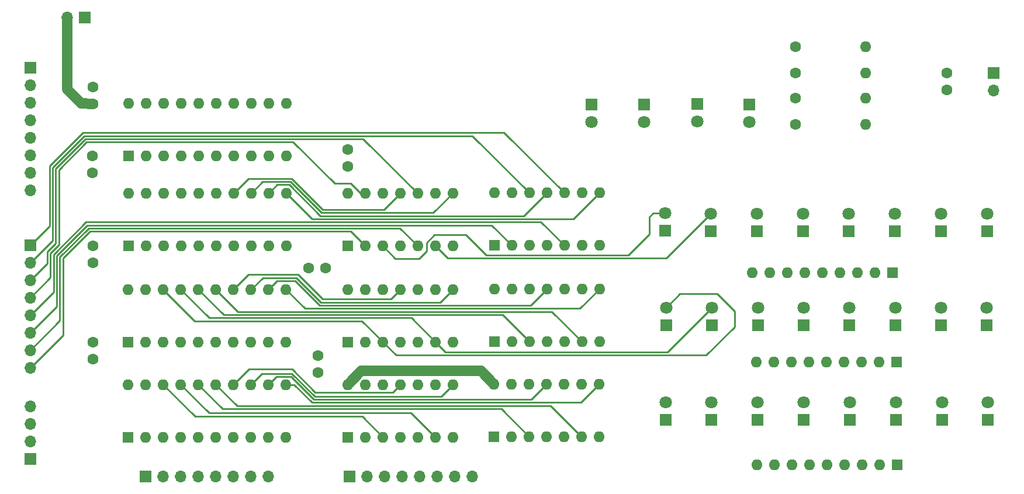
<source format=gbr>
%TF.GenerationSoftware,KiCad,Pcbnew,(5.1.9-0-10_14)*%
%TF.CreationDate,2021-04-28T01:33:21-04:00*%
%TF.ProjectId,ALU,414c552e-6b69-4636-9164-5f7063625858,rev?*%
%TF.SameCoordinates,Original*%
%TF.FileFunction,Copper,L4,Bot*%
%TF.FilePolarity,Positive*%
%FSLAX46Y46*%
G04 Gerber Fmt 4.6, Leading zero omitted, Abs format (unit mm)*
G04 Created by KiCad (PCBNEW (5.1.9-0-10_14)) date 2021-04-28 01:33:21*
%MOMM*%
%LPD*%
G01*
G04 APERTURE LIST*
%TA.AperFunction,ComponentPad*%
%ADD10O,1.600000X1.600000*%
%TD*%
%TA.AperFunction,ComponentPad*%
%ADD11C,1.600000*%
%TD*%
%TA.AperFunction,ComponentPad*%
%ADD12C,1.800000*%
%TD*%
%TA.AperFunction,ComponentPad*%
%ADD13R,1.800000X1.800000*%
%TD*%
%TA.AperFunction,ComponentPad*%
%ADD14O,1.700000X1.700000*%
%TD*%
%TA.AperFunction,ComponentPad*%
%ADD15R,1.700000X1.700000*%
%TD*%
%TA.AperFunction,ComponentPad*%
%ADD16R,1.600000X1.600000*%
%TD*%
%TA.AperFunction,Conductor*%
%ADD17C,1.500000*%
%TD*%
%TA.AperFunction,Conductor*%
%ADD18C,0.250000*%
%TD*%
G04 APERTURE END LIST*
D10*
%TO.P,R4,2*%
%TO.N,GND*%
X191922400Y-46723300D03*
D11*
%TO.P,R4,1*%
%TO.N,Net-(D28-Pad1)*%
X181762400Y-46723300D03*
%TD*%
D10*
%TO.P,R3,2*%
%TO.N,GND*%
X191884300Y-35496500D03*
D11*
%TO.P,R3,1*%
%TO.N,Net-(D27-Pad1)*%
X181724300Y-35496500D03*
%TD*%
D10*
%TO.P,R2,2*%
%TO.N,GND*%
X191884300Y-39230300D03*
D11*
%TO.P,R2,1*%
%TO.N,Net-(D26-Pad1)*%
X181724300Y-39230300D03*
%TD*%
D10*
%TO.P,R1,2*%
%TO.N,GND*%
X191884300Y-42913300D03*
D11*
%TO.P,R1,1*%
%TO.N,Net-(D25-Pad1)*%
X181724300Y-42913300D03*
%TD*%
D12*
%TO.P,D28,2*%
%TO.N,/PASS*%
X175082200Y-46342300D03*
D13*
%TO.P,D28,1*%
%TO.N,Net-(D28-Pad1)*%
X175082200Y-43802300D03*
%TD*%
D12*
%TO.P,D27,2*%
%TO.N,/AND_OUT*%
X152171400Y-46367700D03*
D13*
%TO.P,D27,1*%
%TO.N,Net-(D27-Pad1)*%
X152171400Y-43827700D03*
%TD*%
D12*
%TO.P,D26,2*%
%TO.N,/OR_OUT*%
X159804100Y-46342300D03*
D13*
%TO.P,D26,1*%
%TO.N,Net-(D26-Pad1)*%
X159804100Y-43802300D03*
%TD*%
D12*
%TO.P,D25,2*%
%TO.N,/XOR_OUT*%
X167538400Y-46329600D03*
D13*
%TO.P,D25,1*%
%TO.N,Net-(D25-Pad1)*%
X167538400Y-43789600D03*
%TD*%
D14*
%TO.P,J7,2*%
%TO.N,VCC*%
X76238100Y-31191200D03*
D15*
%TO.P,J7,1*%
%TO.N,GND*%
X78778100Y-31191200D03*
%TD*%
D14*
%TO.P,J6,8*%
%TO.N,/Y1*%
X134924800Y-97739200D03*
%TO.P,J6,7*%
%TO.N,/Y2*%
X132384800Y-97739200D03*
%TO.P,J6,6*%
%TO.N,/Y3*%
X129844800Y-97739200D03*
%TO.P,J6,5*%
%TO.N,/Y4*%
X127304800Y-97739200D03*
%TO.P,J6,4*%
%TO.N,/Y5*%
X124764800Y-97739200D03*
%TO.P,J6,3*%
%TO.N,/Y6*%
X122224800Y-97739200D03*
%TO.P,J6,2*%
%TO.N,/Y7*%
X119684800Y-97739200D03*
D15*
%TO.P,J6,1*%
%TO.N,/Y8*%
X117144800Y-97739200D03*
%TD*%
D10*
%TO.P,RN3,9*%
%TO.N,Net-(D17-Pad1)*%
X176187100Y-96075500D03*
%TO.P,RN3,8*%
%TO.N,Net-(D18-Pad1)*%
X178727100Y-96075500D03*
%TO.P,RN3,7*%
%TO.N,Net-(D19-Pad1)*%
X181267100Y-96075500D03*
%TO.P,RN3,6*%
%TO.N,Net-(D20-Pad1)*%
X183807100Y-96075500D03*
%TO.P,RN3,5*%
%TO.N,Net-(D21-Pad1)*%
X186347100Y-96075500D03*
%TO.P,RN3,4*%
%TO.N,Net-(D22-Pad1)*%
X188887100Y-96075500D03*
%TO.P,RN3,3*%
%TO.N,Net-(D23-Pad1)*%
X191427100Y-96075500D03*
%TO.P,RN3,2*%
%TO.N,Net-(D24-Pad1)*%
X193967100Y-96075500D03*
D16*
%TO.P,RN3,1*%
%TO.N,GND*%
X196507100Y-96075500D03*
%TD*%
D14*
%TO.P,J5,4*%
%TO.N,/PASS*%
X70929500Y-87591900D03*
%TO.P,J5,3*%
%TO.N,/AND_OUT*%
X70929500Y-90131900D03*
%TO.P,J5,2*%
%TO.N,/OR_OUT*%
X70929500Y-92671900D03*
D15*
%TO.P,J5,1*%
%TO.N,/XOR_OUT*%
X70929500Y-95211900D03*
%TD*%
D10*
%TO.P,U7,14*%
%TO.N,VCC*%
X138124000Y-70574100D03*
%TO.P,U7,7*%
%TO.N,GND*%
X153364000Y-78194100D03*
%TO.P,U7,13*%
%TO.N,A2*%
X140664000Y-70574100D03*
%TO.P,U7,6*%
%TO.N,Net-(D12-Pad2)*%
X150824000Y-78194100D03*
%TO.P,U7,12*%
%TO.N,B2*%
X143204000Y-70574100D03*
%TO.P,U7,5*%
%TO.N,B5*%
X148284000Y-78194100D03*
%TO.P,U7,11*%
%TO.N,Net-(D15-Pad2)*%
X145744000Y-70574100D03*
%TO.P,U7,4*%
%TO.N,A5*%
X145744000Y-78194100D03*
%TO.P,U7,10*%
%TO.N,B1*%
X148284000Y-70574100D03*
%TO.P,U7,3*%
%TO.N,Net-(D11-Pad2)*%
X143204000Y-78194100D03*
%TO.P,U7,9*%
%TO.N,A1*%
X150824000Y-70574100D03*
%TO.P,U7,2*%
%TO.N,B6*%
X140664000Y-78194100D03*
%TO.P,U7,8*%
%TO.N,Net-(D16-Pad2)*%
X153364000Y-70574100D03*
D16*
%TO.P,U7,1*%
%TO.N,A6*%
X138124000Y-78194100D03*
%TD*%
D12*
%TO.P,D24,2*%
%TO.N,Net-(D24-Pad2)*%
X209638900Y-86995000D03*
D13*
%TO.P,D24,1*%
%TO.N,Net-(D24-Pad1)*%
X209638900Y-89535000D03*
%TD*%
D12*
%TO.P,D23,2*%
%TO.N,Net-(D23-Pad2)*%
X202971400Y-86995000D03*
D13*
%TO.P,D23,1*%
%TO.N,Net-(D23-Pad1)*%
X202971400Y-89535000D03*
%TD*%
D12*
%TO.P,D22,2*%
%TO.N,Net-(D22-Pad2)*%
X196303900Y-86995000D03*
D13*
%TO.P,D22,1*%
%TO.N,Net-(D22-Pad1)*%
X196303900Y-89535000D03*
%TD*%
D12*
%TO.P,D21,2*%
%TO.N,Net-(D21-Pad2)*%
X189611000Y-86995000D03*
D13*
%TO.P,D21,1*%
%TO.N,Net-(D21-Pad1)*%
X189611000Y-89535000D03*
%TD*%
D12*
%TO.P,D20,2*%
%TO.N,Net-(D20-Pad2)*%
X182930800Y-87007700D03*
D13*
%TO.P,D20,1*%
%TO.N,Net-(D20-Pad1)*%
X182930800Y-89547700D03*
%TD*%
D12*
%TO.P,D19,2*%
%TO.N,Net-(D19-Pad2)*%
X176263300Y-86995000D03*
D13*
%TO.P,D19,1*%
%TO.N,Net-(D19-Pad1)*%
X176263300Y-89535000D03*
%TD*%
D12*
%TO.P,D18,2*%
%TO.N,Net-(D18-Pad2)*%
X169595800Y-86995000D03*
D13*
%TO.P,D18,1*%
%TO.N,Net-(D18-Pad1)*%
X169595800Y-89535000D03*
%TD*%
D12*
%TO.P,D17,2*%
%TO.N,Net-(D17-Pad2)*%
X162941000Y-87007700D03*
D13*
%TO.P,D17,1*%
%TO.N,Net-(D17-Pad1)*%
X162941000Y-89547700D03*
%TD*%
D10*
%TO.P,RN2,9*%
%TO.N,Net-(D9-Pad1)*%
X176072800Y-81191100D03*
%TO.P,RN2,8*%
%TO.N,Net-(D10-Pad1)*%
X178612800Y-81191100D03*
%TO.P,RN2,7*%
%TO.N,Net-(D11-Pad1)*%
X181152800Y-81191100D03*
%TO.P,RN2,6*%
%TO.N,Net-(D12-Pad1)*%
X183692800Y-81191100D03*
%TO.P,RN2,5*%
%TO.N,Net-(D13-Pad1)*%
X186232800Y-81191100D03*
%TO.P,RN2,4*%
%TO.N,Net-(D14-Pad1)*%
X188772800Y-81191100D03*
%TO.P,RN2,3*%
%TO.N,Net-(D15-Pad1)*%
X191312800Y-81191100D03*
%TO.P,RN2,2*%
%TO.N,Net-(D16-Pad1)*%
X193852800Y-81191100D03*
D16*
%TO.P,RN2,1*%
%TO.N,GND*%
X196392800Y-81191100D03*
%TD*%
D12*
%TO.P,D16,2*%
%TO.N,Net-(D16-Pad2)*%
X209461100Y-73304400D03*
D13*
%TO.P,D16,1*%
%TO.N,Net-(D16-Pad1)*%
X209461100Y-75844400D03*
%TD*%
D12*
%TO.P,D15,2*%
%TO.N,Net-(D15-Pad2)*%
X202831700Y-73304400D03*
D13*
%TO.P,D15,1*%
%TO.N,Net-(D15-Pad1)*%
X202831700Y-75844400D03*
%TD*%
D12*
%TO.P,D14,2*%
%TO.N,Net-(D14-Pad2)*%
X196189600Y-73304400D03*
D13*
%TO.P,D14,1*%
%TO.N,Net-(D14-Pad1)*%
X196189600Y-75844400D03*
%TD*%
D12*
%TO.P,D13,2*%
%TO.N,Net-(D13-Pad2)*%
X189560200Y-73304400D03*
D13*
%TO.P,D13,1*%
%TO.N,Net-(D13-Pad1)*%
X189560200Y-75844400D03*
%TD*%
D12*
%TO.P,D12,2*%
%TO.N,Net-(D12-Pad2)*%
X182930800Y-73291700D03*
D13*
%TO.P,D12,1*%
%TO.N,Net-(D12-Pad1)*%
X182930800Y-75831700D03*
%TD*%
D12*
%TO.P,D11,2*%
%TO.N,Net-(D11-Pad2)*%
X176301400Y-73279000D03*
D13*
%TO.P,D11,1*%
%TO.N,Net-(D11-Pad1)*%
X176301400Y-75819000D03*
%TD*%
D12*
%TO.P,D10,2*%
%TO.N,Net-(D10-Pad2)*%
X169659300Y-73279000D03*
D13*
%TO.P,D10,1*%
%TO.N,Net-(D10-Pad1)*%
X169659300Y-75819000D03*
%TD*%
D12*
%TO.P,D9,2*%
%TO.N,Net-(U4-Pad3)*%
X163029900Y-73266300D03*
D13*
%TO.P,D9,1*%
%TO.N,Net-(D9-Pad1)*%
X163029900Y-75806300D03*
%TD*%
D10*
%TO.P,RN1,9*%
%TO.N,Net-(D1-Pad1)*%
X175475900Y-68186300D03*
%TO.P,RN1,8*%
%TO.N,Net-(D2-Pad1)*%
X178015900Y-68186300D03*
%TO.P,RN1,7*%
%TO.N,Net-(D3-Pad1)*%
X180555900Y-68186300D03*
%TO.P,RN1,6*%
%TO.N,Net-(D4-Pad1)*%
X183095900Y-68186300D03*
%TO.P,RN1,5*%
%TO.N,Net-(D5-Pad1)*%
X185635900Y-68186300D03*
%TO.P,RN1,4*%
%TO.N,Net-(D6-Pad1)*%
X188175900Y-68186300D03*
%TO.P,RN1,3*%
%TO.N,Net-(D7-Pad1)*%
X190715900Y-68186300D03*
%TO.P,RN1,2*%
%TO.N,Net-(D8-Pad1)*%
X193255900Y-68186300D03*
D16*
%TO.P,RN1,1*%
%TO.N,GND*%
X195795900Y-68186300D03*
%TD*%
D12*
%TO.P,D8,2*%
%TO.N,Net-(D8-Pad2)*%
X209524600Y-59639200D03*
D13*
%TO.P,D8,1*%
%TO.N,Net-(D8-Pad1)*%
X209524600Y-62179200D03*
%TD*%
D12*
%TO.P,D7,2*%
%TO.N,Net-(D7-Pad2)*%
X202844400Y-59639200D03*
D13*
%TO.P,D7,1*%
%TO.N,Net-(D7-Pad1)*%
X202844400Y-62179200D03*
%TD*%
D12*
%TO.P,D6,2*%
%TO.N,Net-(D6-Pad2)*%
X196164200Y-59639200D03*
D13*
%TO.P,D6,1*%
%TO.N,Net-(D6-Pad1)*%
X196164200Y-62179200D03*
%TD*%
D12*
%TO.P,D5,2*%
%TO.N,Net-(D5-Pad2)*%
X189471300Y-59639200D03*
D13*
%TO.P,D5,1*%
%TO.N,Net-(D5-Pad1)*%
X189471300Y-62179200D03*
%TD*%
D12*
%TO.P,D4,2*%
%TO.N,Net-(D4-Pad2)*%
X182816500Y-59639200D03*
D13*
%TO.P,D4,1*%
%TO.N,Net-(D4-Pad1)*%
X182816500Y-62179200D03*
%TD*%
D12*
%TO.P,D3,2*%
%TO.N,Net-(D3-Pad2)*%
X176149000Y-59639200D03*
D13*
%TO.P,D3,1*%
%TO.N,Net-(D3-Pad1)*%
X176149000Y-62179200D03*
%TD*%
D12*
%TO.P,D2,2*%
%TO.N,Net-(D2-Pad2)*%
X169494200Y-59639200D03*
D13*
%TO.P,D2,1*%
%TO.N,Net-(D2-Pad1)*%
X169494200Y-62179200D03*
%TD*%
D12*
%TO.P,D1,2*%
%TO.N,Net-(D1-Pad2)*%
X162852100Y-59626500D03*
D13*
%TO.P,D1,1*%
%TO.N,Net-(D1-Pad1)*%
X162852100Y-62166500D03*
%TD*%
D14*
%TO.P,J4,8*%
%TO.N,/Y1*%
X105397300Y-97751900D03*
%TO.P,J4,7*%
%TO.N,/Y2*%
X102857300Y-97751900D03*
%TO.P,J4,6*%
%TO.N,/Y3*%
X100317300Y-97751900D03*
%TO.P,J4,5*%
%TO.N,/Y4*%
X97777300Y-97751900D03*
%TO.P,J4,4*%
%TO.N,/Y5*%
X95237300Y-97751900D03*
%TO.P,J4,3*%
%TO.N,/Y6*%
X92697300Y-97751900D03*
%TO.P,J4,2*%
%TO.N,/Y7*%
X90157300Y-97751900D03*
D15*
%TO.P,J4,1*%
%TO.N,/Y8*%
X87617300Y-97751900D03*
%TD*%
D11*
%TO.P,C8,2*%
%TO.N,GND*%
X112560100Y-80227800D03*
%TO.P,C8,1*%
%TO.N,VCC*%
X112560100Y-82727800D03*
%TD*%
%TO.P,C7,2*%
%TO.N,GND*%
X80022700Y-41289600D03*
%TO.P,C7,1*%
%TO.N,VCC*%
X80022700Y-43789600D03*
%TD*%
%TO.P,C6,2*%
%TO.N,GND*%
X111215800Y-67551300D03*
%TO.P,C6,1*%
%TO.N,VCC*%
X113715800Y-67551300D03*
%TD*%
%TO.P,C5,2*%
%TO.N,GND*%
X116865400Y-50332000D03*
%TO.P,C5,1*%
%TO.N,VCC*%
X116865400Y-52832000D03*
%TD*%
%TO.P,C4,2*%
%TO.N,GND*%
X79883000Y-51284500D03*
%TO.P,C4,1*%
%TO.N,VCC*%
X79883000Y-53784500D03*
%TD*%
D10*
%TO.P,U10,20*%
%TO.N,VCC*%
X85128100Y-43675300D03*
%TO.P,U10,10*%
%TO.N,GND*%
X107988100Y-51295300D03*
%TO.P,U10,19*%
%TO.N,/PASS*%
X87668100Y-43675300D03*
%TO.P,U10,9*%
%TO.N,/Y1*%
X105448100Y-51295300D03*
%TO.P,U10,18*%
%TO.N,A8*%
X90208100Y-43675300D03*
%TO.P,U10,8*%
%TO.N,/Y2*%
X102908100Y-51295300D03*
%TO.P,U10,17*%
%TO.N,A7*%
X92748100Y-43675300D03*
%TO.P,U10,7*%
%TO.N,/Y3*%
X100368100Y-51295300D03*
%TO.P,U10,16*%
%TO.N,A6*%
X95288100Y-43675300D03*
%TO.P,U10,6*%
%TO.N,/Y4*%
X97828100Y-51295300D03*
%TO.P,U10,15*%
%TO.N,A5*%
X97828100Y-43675300D03*
%TO.P,U10,5*%
%TO.N,/Y5*%
X95288100Y-51295300D03*
%TO.P,U10,14*%
%TO.N,A4*%
X100368100Y-43675300D03*
%TO.P,U10,4*%
%TO.N,/Y6*%
X92748100Y-51295300D03*
%TO.P,U10,13*%
%TO.N,A3*%
X102908100Y-43675300D03*
%TO.P,U10,3*%
%TO.N,/Y7*%
X90208100Y-51295300D03*
%TO.P,U10,12*%
%TO.N,A2*%
X105448100Y-43675300D03*
%TO.P,U10,2*%
%TO.N,/Y8*%
X87668100Y-51295300D03*
%TO.P,U10,11*%
%TO.N,A1*%
X107988100Y-43675300D03*
D16*
%TO.P,U10,1*%
%TO.N,GND*%
X85128100Y-51295300D03*
%TD*%
D10*
%TO.P,U9,14*%
%TO.N,VCC*%
X138085900Y-84374800D03*
%TO.P,U9,7*%
%TO.N,GND*%
X153325900Y-91994800D03*
%TO.P,U9,13*%
%TO.N,A2*%
X140625900Y-84374800D03*
%TO.P,U9,6*%
%TO.N,Net-(D20-Pad2)*%
X150785900Y-91994800D03*
%TO.P,U9,12*%
%TO.N,B2*%
X143165900Y-84374800D03*
%TO.P,U9,5*%
%TO.N,B5*%
X148245900Y-91994800D03*
%TO.P,U9,11*%
%TO.N,Net-(D23-Pad2)*%
X145705900Y-84374800D03*
%TO.P,U9,4*%
%TO.N,A5*%
X145705900Y-91994800D03*
%TO.P,U9,10*%
%TO.N,B1*%
X148245900Y-84374800D03*
%TO.P,U9,3*%
%TO.N,Net-(D19-Pad2)*%
X143165900Y-91994800D03*
%TO.P,U9,9*%
%TO.N,A1*%
X150785900Y-84374800D03*
%TO.P,U9,2*%
%TO.N,B6*%
X140625900Y-91994800D03*
%TO.P,U9,8*%
%TO.N,Net-(D24-Pad2)*%
X153325900Y-84374800D03*
D16*
%TO.P,U9,1*%
%TO.N,A6*%
X138085900Y-91994800D03*
%TD*%
D10*
%TO.P,U8,20*%
%TO.N,VCC*%
X85090000Y-84442300D03*
%TO.P,U8,10*%
%TO.N,GND*%
X107950000Y-92062300D03*
%TO.P,U8,19*%
%TO.N,/XOR_OUT*%
X87630000Y-84442300D03*
%TO.P,U8,9*%
%TO.N,/Y1*%
X105410000Y-92062300D03*
%TO.P,U8,18*%
%TO.N,Net-(D17-Pad2)*%
X90170000Y-84442300D03*
%TO.P,U8,8*%
%TO.N,/Y2*%
X102870000Y-92062300D03*
%TO.P,U8,17*%
%TO.N,Net-(D18-Pad2)*%
X92710000Y-84442300D03*
%TO.P,U8,7*%
%TO.N,/Y3*%
X100330000Y-92062300D03*
%TO.P,U8,16*%
%TO.N,Net-(D19-Pad2)*%
X95250000Y-84442300D03*
%TO.P,U8,6*%
%TO.N,/Y4*%
X97790000Y-92062300D03*
%TO.P,U8,15*%
%TO.N,Net-(D20-Pad2)*%
X97790000Y-84442300D03*
%TO.P,U8,5*%
%TO.N,/Y5*%
X95250000Y-92062300D03*
%TO.P,U8,14*%
%TO.N,Net-(D21-Pad2)*%
X100330000Y-84442300D03*
%TO.P,U8,4*%
%TO.N,/Y6*%
X92710000Y-92062300D03*
%TO.P,U8,13*%
%TO.N,Net-(D22-Pad2)*%
X102870000Y-84442300D03*
%TO.P,U8,3*%
%TO.N,/Y7*%
X90170000Y-92062300D03*
%TO.P,U8,12*%
%TO.N,Net-(D23-Pad2)*%
X105410000Y-84442300D03*
%TO.P,U8,2*%
%TO.N,/Y8*%
X87630000Y-92062300D03*
%TO.P,U8,11*%
%TO.N,Net-(D24-Pad2)*%
X107950000Y-84442300D03*
D16*
%TO.P,U8,1*%
%TO.N,GND*%
X85090000Y-92062300D03*
%TD*%
D10*
%TO.P,U6,20*%
%TO.N,VCC*%
X85102700Y-70662800D03*
%TO.P,U6,10*%
%TO.N,GND*%
X107962700Y-78282800D03*
%TO.P,U6,19*%
%TO.N,/OR_OUT*%
X87642700Y-70662800D03*
%TO.P,U6,9*%
%TO.N,/Y1*%
X105422700Y-78282800D03*
%TO.P,U6,18*%
%TO.N,Net-(U4-Pad3)*%
X90182700Y-70662800D03*
%TO.P,U6,8*%
%TO.N,/Y2*%
X102882700Y-78282800D03*
%TO.P,U6,17*%
%TO.N,Net-(D10-Pad2)*%
X92722700Y-70662800D03*
%TO.P,U6,7*%
%TO.N,/Y3*%
X100342700Y-78282800D03*
%TO.P,U6,16*%
%TO.N,Net-(D11-Pad2)*%
X95262700Y-70662800D03*
%TO.P,U6,6*%
%TO.N,/Y4*%
X97802700Y-78282800D03*
%TO.P,U6,15*%
%TO.N,Net-(D12-Pad2)*%
X97802700Y-70662800D03*
%TO.P,U6,5*%
%TO.N,/Y5*%
X95262700Y-78282800D03*
%TO.P,U6,14*%
%TO.N,Net-(D13-Pad2)*%
X100342700Y-70662800D03*
%TO.P,U6,4*%
%TO.N,/Y6*%
X92722700Y-78282800D03*
%TO.P,U6,13*%
%TO.N,Net-(D14-Pad2)*%
X102882700Y-70662800D03*
%TO.P,U6,3*%
%TO.N,/Y7*%
X90182700Y-78282800D03*
%TO.P,U6,12*%
%TO.N,Net-(D15-Pad2)*%
X105422700Y-70662800D03*
%TO.P,U6,2*%
%TO.N,/Y8*%
X87642700Y-78282800D03*
%TO.P,U6,11*%
%TO.N,Net-(D16-Pad2)*%
X107962700Y-70662800D03*
D16*
%TO.P,U6,1*%
%TO.N,GND*%
X85102700Y-78282800D03*
%TD*%
D10*
%TO.P,U5,14*%
%TO.N,VCC*%
X116895200Y-84451000D03*
%TO.P,U5,7*%
%TO.N,GND*%
X132135200Y-92071000D03*
%TO.P,U5,13*%
%TO.N,B4*%
X119435200Y-84451000D03*
%TO.P,U5,6*%
%TO.N,Net-(D18-Pad2)*%
X129595200Y-92071000D03*
%TO.P,U5,12*%
%TO.N,A4*%
X121975200Y-84451000D03*
%TO.P,U5,5*%
%TO.N,B7*%
X127055200Y-92071000D03*
%TO.P,U5,11*%
%TO.N,Net-(D21-Pad2)*%
X124515200Y-84451000D03*
%TO.P,U5,4*%
%TO.N,A7*%
X124515200Y-92071000D03*
%TO.P,U5,10*%
%TO.N,B3*%
X127055200Y-84451000D03*
%TO.P,U5,3*%
%TO.N,Net-(D17-Pad2)*%
X121975200Y-92071000D03*
%TO.P,U5,9*%
%TO.N,A3*%
X129595200Y-84451000D03*
%TO.P,U5,2*%
%TO.N,B8*%
X119435200Y-92071000D03*
%TO.P,U5,8*%
%TO.N,Net-(D22-Pad2)*%
X132135200Y-84451000D03*
D16*
%TO.P,U5,1*%
%TO.N,A8*%
X116895200Y-92071000D03*
%TD*%
D10*
%TO.P,U4,14*%
%TO.N,VCC*%
X116933300Y-70650300D03*
%TO.P,U4,7*%
%TO.N,GND*%
X132173300Y-78270300D03*
%TO.P,U4,13*%
%TO.N,B4*%
X119473300Y-70650300D03*
%TO.P,U4,6*%
%TO.N,Net-(D10-Pad2)*%
X129633300Y-78270300D03*
%TO.P,U4,12*%
%TO.N,A4*%
X122013300Y-70650300D03*
%TO.P,U4,5*%
%TO.N,B7*%
X127093300Y-78270300D03*
%TO.P,U4,11*%
%TO.N,Net-(D13-Pad2)*%
X124553300Y-70650300D03*
%TO.P,U4,4*%
%TO.N,A7*%
X124553300Y-78270300D03*
%TO.P,U4,10*%
%TO.N,B3*%
X127093300Y-70650300D03*
%TO.P,U4,3*%
%TO.N,Net-(U4-Pad3)*%
X122013300Y-78270300D03*
%TO.P,U4,9*%
%TO.N,A3*%
X129633300Y-70650300D03*
%TO.P,U4,2*%
%TO.N,B8*%
X119473300Y-78270300D03*
%TO.P,U4,8*%
%TO.N,Net-(D14-Pad2)*%
X132173300Y-70650300D03*
D16*
%TO.P,U4,1*%
%TO.N,A8*%
X116933300Y-78270300D03*
%TD*%
D11*
%TO.P,C3,2*%
%TO.N,GND*%
X79946500Y-78272000D03*
%TO.P,C3,1*%
%TO.N,VCC*%
X79946500Y-80772000D03*
%TD*%
%TO.P,C2,2*%
%TO.N,GND*%
X79946500Y-64289300D03*
%TO.P,C2,1*%
%TO.N,VCC*%
X79946500Y-66789300D03*
%TD*%
D10*
%TO.P,U3,14*%
%TO.N,VCC*%
X138112500Y-56654700D03*
%TO.P,U3,7*%
%TO.N,GND*%
X153352500Y-64274700D03*
%TO.P,U3,13*%
%TO.N,A2*%
X140652500Y-56654700D03*
%TO.P,U3,6*%
%TO.N,Net-(D4-Pad2)*%
X150812500Y-64274700D03*
%TO.P,U3,12*%
%TO.N,B2*%
X143192500Y-56654700D03*
%TO.P,U3,5*%
%TO.N,B5*%
X148272500Y-64274700D03*
%TO.P,U3,11*%
%TO.N,Net-(D7-Pad2)*%
X145732500Y-56654700D03*
%TO.P,U3,4*%
%TO.N,A5*%
X145732500Y-64274700D03*
%TO.P,U3,10*%
%TO.N,B1*%
X148272500Y-56654700D03*
%TO.P,U3,3*%
%TO.N,Net-(D3-Pad2)*%
X143192500Y-64274700D03*
%TO.P,U3,9*%
%TO.N,A1*%
X150812500Y-56654700D03*
%TO.P,U3,2*%
%TO.N,B6*%
X140652500Y-64274700D03*
%TO.P,U3,8*%
%TO.N,Net-(D8-Pad2)*%
X153352500Y-56654700D03*
D16*
%TO.P,U3,1*%
%TO.N,A6*%
X138112500Y-64274700D03*
%TD*%
D10*
%TO.P,U2,20*%
%TO.N,VCC*%
X85140800Y-56667400D03*
%TO.P,U2,10*%
%TO.N,GND*%
X108000800Y-64287400D03*
%TO.P,U2,19*%
%TO.N,/AND_OUT*%
X87680800Y-56667400D03*
%TO.P,U2,9*%
%TO.N,/Y1*%
X105460800Y-64287400D03*
%TO.P,U2,18*%
%TO.N,Net-(D1-Pad2)*%
X90220800Y-56667400D03*
%TO.P,U2,8*%
%TO.N,/Y2*%
X102920800Y-64287400D03*
%TO.P,U2,17*%
%TO.N,Net-(D2-Pad2)*%
X92760800Y-56667400D03*
%TO.P,U2,7*%
%TO.N,/Y3*%
X100380800Y-64287400D03*
%TO.P,U2,16*%
%TO.N,Net-(D3-Pad2)*%
X95300800Y-56667400D03*
%TO.P,U2,6*%
%TO.N,/Y4*%
X97840800Y-64287400D03*
%TO.P,U2,15*%
%TO.N,Net-(D4-Pad2)*%
X97840800Y-56667400D03*
%TO.P,U2,5*%
%TO.N,/Y5*%
X95300800Y-64287400D03*
%TO.P,U2,14*%
%TO.N,Net-(D5-Pad2)*%
X100380800Y-56667400D03*
%TO.P,U2,4*%
%TO.N,/Y6*%
X92760800Y-64287400D03*
%TO.P,U2,13*%
%TO.N,Net-(D6-Pad2)*%
X102920800Y-56667400D03*
%TO.P,U2,3*%
%TO.N,/Y7*%
X90220800Y-64287400D03*
%TO.P,U2,12*%
%TO.N,Net-(D7-Pad2)*%
X105460800Y-56667400D03*
%TO.P,U2,2*%
%TO.N,/Y8*%
X87680800Y-64287400D03*
%TO.P,U2,11*%
%TO.N,Net-(D8-Pad2)*%
X108000800Y-56667400D03*
D16*
%TO.P,U2,1*%
%TO.N,GND*%
X85140800Y-64287400D03*
%TD*%
D10*
%TO.P,U1,14*%
%TO.N,VCC*%
X116865400Y-56718200D03*
%TO.P,U1,7*%
%TO.N,GND*%
X132105400Y-64338200D03*
%TO.P,U1,13*%
%TO.N,B4*%
X119405400Y-56718200D03*
%TO.P,U1,6*%
%TO.N,Net-(D2-Pad2)*%
X129565400Y-64338200D03*
%TO.P,U1,12*%
%TO.N,A4*%
X121945400Y-56718200D03*
%TO.P,U1,5*%
%TO.N,B7*%
X127025400Y-64338200D03*
%TO.P,U1,11*%
%TO.N,Net-(D5-Pad2)*%
X124485400Y-56718200D03*
%TO.P,U1,4*%
%TO.N,A7*%
X124485400Y-64338200D03*
%TO.P,U1,10*%
%TO.N,B3*%
X127025400Y-56718200D03*
%TO.P,U1,3*%
%TO.N,Net-(D1-Pad2)*%
X121945400Y-64338200D03*
%TO.P,U1,9*%
%TO.N,A3*%
X129565400Y-56718200D03*
%TO.P,U1,2*%
%TO.N,B8*%
X119405400Y-64338200D03*
%TO.P,U1,8*%
%TO.N,Net-(D6-Pad2)*%
X132105400Y-56718200D03*
D16*
%TO.P,U1,1*%
%TO.N,A8*%
X116865400Y-64338200D03*
%TD*%
D14*
%TO.P,J3,8*%
%TO.N,B8*%
X70916800Y-82003900D03*
%TO.P,J3,7*%
%TO.N,B7*%
X70916800Y-79463900D03*
%TO.P,J3,6*%
%TO.N,B6*%
X70916800Y-76923900D03*
%TO.P,J3,5*%
%TO.N,B5*%
X70916800Y-74383900D03*
%TO.P,J3,4*%
%TO.N,B4*%
X70916800Y-71843900D03*
%TO.P,J3,3*%
%TO.N,B3*%
X70916800Y-69303900D03*
%TO.P,J3,2*%
%TO.N,B2*%
X70916800Y-66763900D03*
D15*
%TO.P,J3,1*%
%TO.N,B1*%
X70916800Y-64223900D03*
%TD*%
D14*
%TO.P,J2,8*%
%TO.N,A8*%
X70904100Y-56273700D03*
%TO.P,J2,7*%
%TO.N,A7*%
X70904100Y-53733700D03*
%TO.P,J2,6*%
%TO.N,A6*%
X70904100Y-51193700D03*
%TO.P,J2,5*%
%TO.N,A5*%
X70904100Y-48653700D03*
%TO.P,J2,4*%
%TO.N,A4*%
X70904100Y-46113700D03*
%TO.P,J2,3*%
%TO.N,A3*%
X70904100Y-43573700D03*
%TO.P,J2,2*%
%TO.N,A2*%
X70904100Y-41033700D03*
D15*
%TO.P,J2,1*%
%TO.N,A1*%
X70904100Y-38493700D03*
%TD*%
D14*
%TO.P,J1,2*%
%TO.N,VCC*%
X210464400Y-41795700D03*
D15*
%TO.P,J1,1*%
%TO.N,GND*%
X210464400Y-39255700D03*
%TD*%
D11*
%TO.P,C1,2*%
%TO.N,GND*%
X203695300Y-39257600D03*
%TO.P,C1,1*%
%TO.N,VCC*%
X203695300Y-41757600D03*
%TD*%
D17*
%TO.N,VCC*%
X116895200Y-84451000D02*
X118872400Y-82473800D01*
X136184900Y-82473800D02*
X138085900Y-84374800D01*
X118872400Y-82473800D02*
X136184900Y-82473800D01*
D18*
X78282800Y-43789600D02*
X78282800Y-43688000D01*
D17*
X76238100Y-41643300D02*
X76238100Y-31191200D01*
X78282800Y-43688000D02*
X76238100Y-41643300D01*
X78295500Y-43700700D02*
X80022700Y-43789600D01*
D18*
%TO.N,B8*%
X75628500Y-77292200D02*
X75628500Y-66141600D01*
X70916800Y-82003900D02*
X75628500Y-77292200D01*
X79540100Y-62230000D02*
X117297200Y-62230000D01*
X117297200Y-62230000D02*
X119405400Y-64338200D01*
X75628500Y-66141600D02*
X79540100Y-62230000D01*
%TO.N,B7*%
X124467189Y-61779989D02*
X127025400Y-64338200D01*
X75178489Y-65955200D02*
X79353700Y-61779989D01*
X70916800Y-79463900D02*
X75178489Y-75202211D01*
X75178489Y-75202211D02*
X75178489Y-65955200D01*
X79353700Y-61779989D02*
X124467189Y-61779989D01*
%TO.N,B6*%
X70916800Y-76923900D02*
X74728478Y-73112222D01*
X79167300Y-61329978D02*
X137707778Y-61329978D01*
X137707778Y-61329978D02*
X140652500Y-64274700D01*
X74728478Y-73112222D02*
X74728478Y-65768800D01*
X74728478Y-65768800D02*
X79167300Y-61329978D01*
%TO.N,B5*%
X70916800Y-74383900D02*
X74278467Y-71022233D01*
X78980900Y-60879967D02*
X144877767Y-60879967D01*
X74278467Y-65582400D02*
X78980900Y-60879967D01*
X144877767Y-60879967D02*
X148272500Y-64274700D01*
X74278467Y-71022233D02*
X74278467Y-65582400D01*
%TO.N,B4*%
X118719600Y-56718200D02*
X119405400Y-56718200D01*
X117309900Y-55308500D02*
X118719600Y-56718200D01*
X79083297Y-49267133D02*
X108969833Y-49267133D01*
X75031600Y-53318830D02*
X79083297Y-49267133D01*
X73828456Y-65396000D02*
X75031600Y-64192856D01*
X73828456Y-68932244D02*
X73828456Y-65396000D01*
X108969833Y-49267133D02*
X115011200Y-55308500D01*
X75031600Y-64192856D02*
X75031600Y-53318830D01*
X115011200Y-55308500D02*
X117309900Y-55308500D01*
X70916800Y-71843900D02*
X73828456Y-68932244D01*
%TO.N,B3*%
X74581589Y-64006456D02*
X74581589Y-53132431D01*
X74581589Y-53132431D02*
X78896898Y-48817122D01*
X78896898Y-48817122D02*
X119124322Y-48817122D01*
X70916800Y-69303900D02*
X73378445Y-66842255D01*
X73378445Y-66842255D02*
X73378445Y-65209600D01*
X119124322Y-48817122D02*
X127025400Y-56718200D01*
X73378445Y-65209600D02*
X74581589Y-64006456D01*
%TO.N,B2*%
X74131578Y-63549122D02*
X74131578Y-52946032D01*
X74131578Y-52946032D02*
X78710499Y-48367111D01*
X78710499Y-48367111D02*
X134904911Y-48367111D01*
X70916800Y-66763900D02*
X74131578Y-63549122D01*
X134904911Y-48367111D02*
X143192500Y-56654700D01*
%TO.N,B1*%
X78524100Y-47917100D02*
X139534900Y-47917100D01*
X70916800Y-64223900D02*
X73681567Y-61459133D01*
X73681567Y-61459133D02*
X73681567Y-52759633D01*
X73681567Y-52759633D02*
X78524100Y-47917100D01*
X139534900Y-47917100D02*
X148272500Y-56654700D01*
%TO.N,Net-(D5-Pad2)*%
X108788201Y-54571900D02*
X102476300Y-54571900D01*
X124485400Y-56718200D02*
X122123677Y-59079923D01*
X122123677Y-59079923D02*
X113296223Y-59079923D01*
X113296223Y-59079923D02*
X108788201Y-54571900D01*
X102476300Y-54571900D02*
X100380800Y-56667400D01*
%TO.N,Net-(D6-Pad2)*%
X102920800Y-56667400D02*
X104566289Y-55021911D01*
X104566289Y-55021911D02*
X108601801Y-55021911D01*
X108601801Y-55021911D02*
X113109824Y-59529934D01*
X113109824Y-59529934D02*
X129293666Y-59529934D01*
X129293666Y-59529934D02*
X132105400Y-56718200D01*
%TO.N,Net-(D7-Pad2)*%
X112920598Y-59979945D02*
X108412575Y-55471922D01*
X145732500Y-56654700D02*
X142407255Y-59979945D01*
X108412575Y-55471922D02*
X106656278Y-55471922D01*
X142407255Y-59979945D02*
X112920598Y-59979945D01*
X106656278Y-55471922D02*
X105460800Y-56667400D01*
%TO.N,Net-(U4-Pad3)*%
X94729300Y-75209400D02*
X118952400Y-75209400D01*
X90182700Y-70662800D02*
X94729300Y-75209400D01*
X118952400Y-75209400D02*
X121695095Y-77952095D01*
%TO.N,Net-(D1-Pad2)*%
X134010400Y-62738000D02*
X136931400Y-65659000D01*
X129463800Y-62738000D02*
X134010400Y-62738000D01*
X160578800Y-60172600D02*
X161124900Y-59626500D01*
X161124900Y-59626500D02*
X162852100Y-59626500D01*
X136931400Y-65659000D02*
X157568900Y-65659000D01*
X157568900Y-65659000D02*
X160578800Y-62649100D01*
X128320800Y-63881000D02*
X129463800Y-62738000D01*
X128320800Y-65100200D02*
X128320800Y-63881000D01*
X127254000Y-66167000D02*
X128320800Y-65100200D01*
X123774200Y-66167000D02*
X127254000Y-66167000D01*
X160578800Y-62649100D02*
X160578800Y-60172600D01*
X121945400Y-64338200D02*
X123774200Y-66167000D01*
%TO.N,Net-(D2-Pad2)*%
X163024389Y-66109011D02*
X131336211Y-66109011D01*
X131336211Y-66109011D02*
X129565400Y-64338200D01*
X169494200Y-59639200D02*
X163024389Y-66109011D01*
%TO.N,Net-(D8-Pad2)*%
X153352500Y-56654700D02*
X149577244Y-60429956D01*
X149577244Y-60429956D02*
X111763356Y-60429956D01*
X111763356Y-60429956D02*
X108000800Y-56667400D01*
%TO.N,Net-(D18-Pad2)*%
X92710000Y-84442300D02*
X96799400Y-88531700D01*
X126055900Y-88531700D02*
X129595200Y-92071000D01*
X96799400Y-88531700D02*
X126055900Y-88531700D01*
%TO.N,Net-(D21-Pad2)*%
X123390199Y-85576001D02*
X124515200Y-84451000D01*
X112195201Y-85576001D02*
X123390199Y-85576001D01*
X108839000Y-82219800D02*
X112195201Y-85576001D01*
X102552500Y-82219800D02*
X108839000Y-82219800D01*
X100330000Y-84442300D02*
X102552500Y-82219800D01*
%TO.N,Net-(D17-Pad2)*%
X90170000Y-84442300D02*
X94818200Y-89090500D01*
X118994700Y-89090500D02*
X121975200Y-92071000D01*
X94818200Y-89090500D02*
X118994700Y-89090500D01*
%TO.N,Net-(D22-Pad2)*%
X130427722Y-86158478D02*
X132135200Y-84451000D01*
X104482900Y-82829400D02*
X108812190Y-82829400D01*
X108812190Y-82829400D02*
X112141268Y-86158478D01*
X112141268Y-86158478D02*
X130427722Y-86158478D01*
X102870000Y-84442300D02*
X104482900Y-82829400D01*
%TO.N,Net-(D23-Pad2)*%
X108663679Y-83317299D02*
X111954869Y-86608489D01*
X106535001Y-83317299D02*
X108663679Y-83317299D01*
X105410000Y-84442300D02*
X106535001Y-83317299D01*
X111954869Y-86608489D02*
X143472211Y-86608489D01*
X143472211Y-86608489D02*
X145705900Y-84374800D01*
%TO.N,Net-(D24-Pad2)*%
X150642200Y-87058500D02*
X153325900Y-84374800D01*
X111734600Y-87058500D02*
X150642200Y-87058500D01*
X109118400Y-84442300D02*
X111734600Y-87058500D01*
X107950000Y-84442300D02*
X109118400Y-84442300D01*
%TO.N,Net-(U4-Pad3)*%
X163029900Y-73266300D02*
X165011100Y-71285100D01*
X165011100Y-71285100D02*
X170383200Y-71285100D01*
X170383200Y-71285100D02*
X172910500Y-73812400D01*
X172910500Y-73812400D02*
X172910500Y-76060300D01*
X172910500Y-76060300D02*
X168821100Y-80149700D01*
X123892700Y-80149700D02*
X122013300Y-78270300D01*
X168821100Y-80149700D02*
X123892700Y-80149700D01*
%TO.N,Net-(D10-Pad2)*%
X96819289Y-74759389D02*
X126122389Y-74759389D01*
X92722700Y-70662800D02*
X96819289Y-74759389D01*
X126122389Y-74759389D02*
X129633300Y-78270300D01*
X169659300Y-73279000D02*
X163238611Y-79699689D01*
X163238611Y-79699689D02*
X131062689Y-79699689D01*
X131062689Y-79699689D02*
X129633300Y-78270300D01*
%TO.N,Net-(D11-Pad2)*%
X95262700Y-70662800D02*
X98909278Y-74309378D01*
X98909278Y-74309378D02*
X139319278Y-74309378D01*
X139319278Y-74309378D02*
X143204000Y-78194100D01*
%TO.N,Net-(D12-Pad2)*%
X146489267Y-73859367D02*
X150824000Y-78194100D01*
X97802700Y-70662800D02*
X100999267Y-73859367D01*
X100999267Y-73859367D02*
X146489267Y-73859367D01*
%TO.N,Net-(D13-Pad2)*%
X123144277Y-72059323D02*
X124553300Y-70650300D01*
X109666178Y-68505478D02*
X113220023Y-72059323D01*
X100342700Y-70662800D02*
X102500022Y-68505478D01*
X102500022Y-68505478D02*
X109666178Y-68505478D01*
X113220023Y-72059323D02*
X123144277Y-72059323D01*
%TO.N,Net-(D14-Pad2)*%
X130314266Y-72509334D02*
X132173300Y-70650300D01*
X104590011Y-68955489D02*
X109479778Y-68955489D01*
X109479778Y-68955489D02*
X113033623Y-72509334D01*
X102882700Y-70662800D02*
X104590011Y-68955489D01*
X113033623Y-72509334D02*
X130314266Y-72509334D01*
%TO.N,Net-(D15-Pad2)*%
X105422700Y-70662800D02*
X106680000Y-69405500D01*
X109293378Y-69405500D02*
X112847223Y-72959345D01*
X106680000Y-69405500D02*
X109293378Y-69405500D01*
X112847223Y-72959345D02*
X143358755Y-72959345D01*
X143358755Y-72959345D02*
X145744000Y-70574100D01*
%TO.N,Net-(D16-Pad2)*%
X107962700Y-70662800D02*
X110709256Y-73409356D01*
X110709256Y-73409356D02*
X150528744Y-73409356D01*
X150528744Y-73409356D02*
X153364000Y-70574100D01*
%TO.N,Net-(D19-Pad2)*%
X139131300Y-87960200D02*
X143165900Y-91994800D01*
X95250000Y-84442300D02*
X98767900Y-87960200D01*
X98767900Y-87960200D02*
X139131300Y-87960200D01*
%TO.N,Net-(D20-Pad2)*%
X146301289Y-87510189D02*
X150785900Y-91994800D01*
X97790000Y-84442300D02*
X100857889Y-87510189D01*
X100857889Y-87510189D02*
X146301289Y-87510189D01*
%TD*%
M02*

</source>
